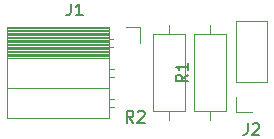
<source format=gbr>
%TF.GenerationSoftware,KiCad,Pcbnew,9.0.3-9.0.3-0~ubuntu22.04.1*%
%TF.CreationDate,2025-08-07T16:27:34-07:00*%
%TF.ProjectId,milkv_hat,6d696c6b-765f-4686-9174-2e6b69636164,rev?*%
%TF.SameCoordinates,Original*%
%TF.FileFunction,Legend,Top*%
%TF.FilePolarity,Positive*%
%FSLAX46Y46*%
G04 Gerber Fmt 4.6, Leading zero omitted, Abs format (unit mm)*
G04 Created by KiCad (PCBNEW 9.0.3-9.0.3-0~ubuntu22.04.1) date 2025-08-07 16:27:34*
%MOMM*%
%LPD*%
G01*
G04 APERTURE LIST*
%ADD10C,0.150000*%
%ADD11C,0.120000*%
G04 APERTURE END LIST*
D10*
X124166666Y-70764819D02*
X124166666Y-71479104D01*
X124166666Y-71479104D02*
X124119047Y-71621961D01*
X124119047Y-71621961D02*
X124023809Y-71717200D01*
X124023809Y-71717200D02*
X123880952Y-71764819D01*
X123880952Y-71764819D02*
X123785714Y-71764819D01*
X124595238Y-70860057D02*
X124642857Y-70812438D01*
X124642857Y-70812438D02*
X124738095Y-70764819D01*
X124738095Y-70764819D02*
X124976190Y-70764819D01*
X124976190Y-70764819D02*
X125071428Y-70812438D01*
X125071428Y-70812438D02*
X125119047Y-70860057D01*
X125119047Y-70860057D02*
X125166666Y-70955295D01*
X125166666Y-70955295D02*
X125166666Y-71050533D01*
X125166666Y-71050533D02*
X125119047Y-71193390D01*
X125119047Y-71193390D02*
X124547619Y-71764819D01*
X124547619Y-71764819D02*
X125166666Y-71764819D01*
X114493333Y-70744819D02*
X114160000Y-70268628D01*
X113921905Y-70744819D02*
X113921905Y-69744819D01*
X113921905Y-69744819D02*
X114302857Y-69744819D01*
X114302857Y-69744819D02*
X114398095Y-69792438D01*
X114398095Y-69792438D02*
X114445714Y-69840057D01*
X114445714Y-69840057D02*
X114493333Y-69935295D01*
X114493333Y-69935295D02*
X114493333Y-70078152D01*
X114493333Y-70078152D02*
X114445714Y-70173390D01*
X114445714Y-70173390D02*
X114398095Y-70221009D01*
X114398095Y-70221009D02*
X114302857Y-70268628D01*
X114302857Y-70268628D02*
X113921905Y-70268628D01*
X114874286Y-69840057D02*
X114921905Y-69792438D01*
X114921905Y-69792438D02*
X115017143Y-69744819D01*
X115017143Y-69744819D02*
X115255238Y-69744819D01*
X115255238Y-69744819D02*
X115350476Y-69792438D01*
X115350476Y-69792438D02*
X115398095Y-69840057D01*
X115398095Y-69840057D02*
X115445714Y-69935295D01*
X115445714Y-69935295D02*
X115445714Y-70030533D01*
X115445714Y-70030533D02*
X115398095Y-70173390D01*
X115398095Y-70173390D02*
X114826667Y-70744819D01*
X114826667Y-70744819D02*
X115445714Y-70744819D01*
X119084819Y-66666666D02*
X118608628Y-66999999D01*
X119084819Y-67238094D02*
X118084819Y-67238094D01*
X118084819Y-67238094D02*
X118084819Y-66857142D01*
X118084819Y-66857142D02*
X118132438Y-66761904D01*
X118132438Y-66761904D02*
X118180057Y-66714285D01*
X118180057Y-66714285D02*
X118275295Y-66666666D01*
X118275295Y-66666666D02*
X118418152Y-66666666D01*
X118418152Y-66666666D02*
X118513390Y-66714285D01*
X118513390Y-66714285D02*
X118561009Y-66761904D01*
X118561009Y-66761904D02*
X118608628Y-66857142D01*
X118608628Y-66857142D02*
X118608628Y-67238094D01*
X119084819Y-65714285D02*
X119084819Y-66285713D01*
X119084819Y-65999999D02*
X118084819Y-65999999D01*
X118084819Y-65999999D02*
X118227676Y-66095237D01*
X118227676Y-66095237D02*
X118322914Y-66190475D01*
X118322914Y-66190475D02*
X118370533Y-66285713D01*
X109186666Y-60659819D02*
X109186666Y-61374104D01*
X109186666Y-61374104D02*
X109139047Y-61516961D01*
X109139047Y-61516961D02*
X109043809Y-61612200D01*
X109043809Y-61612200D02*
X108900952Y-61659819D01*
X108900952Y-61659819D02*
X108805714Y-61659819D01*
X110186666Y-61659819D02*
X109615238Y-61659819D01*
X109900952Y-61659819D02*
X109900952Y-60659819D01*
X109900952Y-60659819D02*
X109805714Y-60802676D01*
X109805714Y-60802676D02*
X109710476Y-60897914D01*
X109710476Y-60897914D02*
X109615238Y-60945533D01*
D11*
%TO.C,J2*%
X125830000Y-67270000D02*
X125830000Y-62130000D01*
X125830000Y-67270000D02*
X123170000Y-67270000D01*
X125830000Y-62130000D02*
X123170000Y-62130000D01*
X124500000Y-69870000D02*
X123170000Y-69870000D01*
X123170000Y-69870000D02*
X123170000Y-68540000D01*
X123170000Y-67270000D02*
X123170000Y-62130000D01*
%TO.C,R2*%
X117500000Y-70540000D02*
X117500000Y-69770000D01*
X117500000Y-62460000D02*
X117500000Y-63230000D01*
X116130000Y-69770000D02*
X118870000Y-69770000D01*
X118870000Y-63230000D01*
X116130000Y-63230000D01*
X116130000Y-69770000D01*
%TO.C,R1*%
X121000000Y-70540000D02*
X121000000Y-69770000D01*
X121000000Y-62460000D02*
X121000000Y-63230000D01*
X119630000Y-69770000D02*
X122370000Y-69770000D01*
X122370000Y-63230000D01*
X119630000Y-63230000D01*
X119630000Y-69770000D01*
%TO.C,J1*%
X103810000Y-62645000D02*
X103810000Y-70385000D01*
X103810000Y-62645000D02*
X112440000Y-62645000D01*
X103810000Y-62765000D02*
X112440000Y-62765000D01*
X103810000Y-62883095D02*
X112440000Y-62883095D01*
X103810000Y-63001190D02*
X112440000Y-63001190D01*
X103810000Y-63119285D02*
X112440000Y-63119285D01*
X103810000Y-63237380D02*
X112440000Y-63237380D01*
X103810000Y-63355475D02*
X112440000Y-63355475D01*
X103810000Y-63473570D02*
X112440000Y-63473570D01*
X103810000Y-63591665D02*
X112440000Y-63591665D01*
X103810000Y-63709760D02*
X112440000Y-63709760D01*
X103810000Y-63827855D02*
X112440000Y-63827855D01*
X103810000Y-63945950D02*
X112440000Y-63945950D01*
X103810000Y-64064045D02*
X112440000Y-64064045D01*
X103810000Y-64182140D02*
X112440000Y-64182140D01*
X103810000Y-64300235D02*
X112440000Y-64300235D01*
X103810000Y-64418330D02*
X112440000Y-64418330D01*
X103810000Y-64536425D02*
X112440000Y-64536425D01*
X103810000Y-64654520D02*
X112440000Y-64654520D01*
X103810000Y-64772615D02*
X112440000Y-64772615D01*
X103810000Y-64890710D02*
X112440000Y-64890710D01*
X103810000Y-65008805D02*
X112440000Y-65008805D01*
X103810000Y-65126900D02*
X112440000Y-65126900D01*
X103810000Y-65245000D02*
X112440000Y-65245000D01*
X103810000Y-67785000D02*
X112440000Y-67785000D01*
X103810000Y-70385000D02*
X112440000Y-70385000D01*
X112440000Y-62645000D02*
X112440000Y-70385000D01*
X112440000Y-63615000D02*
X112790000Y-63615000D01*
X112440000Y-64335000D02*
X112790000Y-64335000D01*
X112440000Y-66155000D02*
X112850000Y-66155000D01*
X112440000Y-66875000D02*
X112850000Y-66875000D01*
X112440000Y-68695000D02*
X112850000Y-68695000D01*
X112440000Y-69415000D02*
X112850000Y-69415000D01*
X113900000Y-62645000D02*
X115010000Y-62645000D01*
X115010000Y-62645000D02*
X115010000Y-63975000D01*
%TD*%
M02*

</source>
